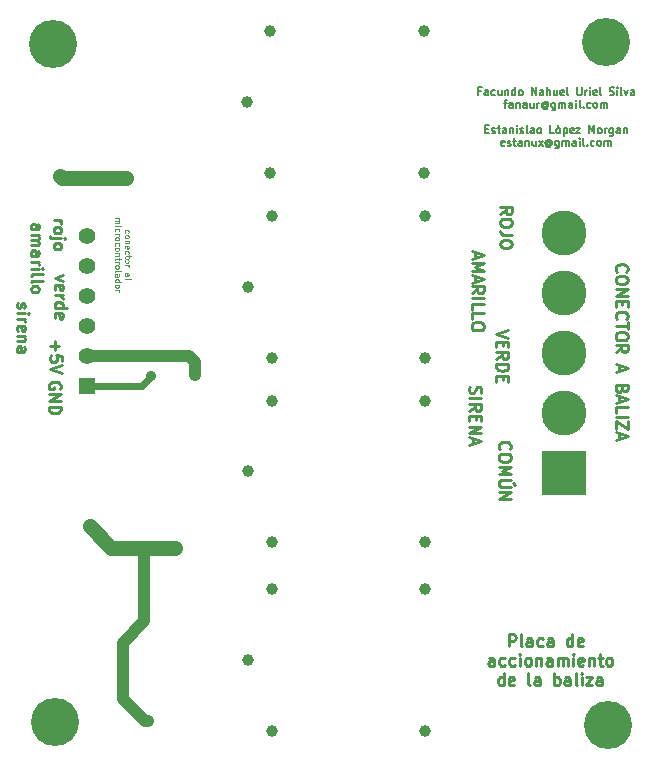
<source format=gtl>
G04 (created by PCBNEW (2013-mar-13)-testing) date mar 04 jun 2013 15:54:13 ART*
%MOIN*%
G04 Gerber Fmt 3.4, Leading zero omitted, Abs format*
%FSLAX34Y34*%
G01*
G70*
G90*
G04 APERTURE LIST*
%ADD10C,0.005906*%
%ADD11C,0.009843*%
%ADD12C,0.004921*%
%ADD13C,0.006398*%
%ADD14C,0.039370*%
%ADD15R,0.055000X0.055000*%
%ADD16C,0.055000*%
%ADD17C,0.150000*%
%ADD18R,0.150000X0.150000*%
%ADD19C,0.160000*%
%ADD20C,0.035000*%
%ADD21C,0.040000*%
%ADD22C,0.024000*%
%ADD23C,0.050000*%
G04 APERTURE END LIST*
G54D10*
G54D11*
X26651Y-22035D02*
X26632Y-22092D01*
X26632Y-22185D01*
X26651Y-22223D01*
X26670Y-22242D01*
X26707Y-22260D01*
X26745Y-22260D01*
X26782Y-22242D01*
X26801Y-22223D01*
X26820Y-22185D01*
X26839Y-22110D01*
X26857Y-22073D01*
X26876Y-22054D01*
X26914Y-22035D01*
X26951Y-22035D01*
X26989Y-22054D01*
X27007Y-22073D01*
X27026Y-22110D01*
X27026Y-22204D01*
X27007Y-22260D01*
X26632Y-22429D02*
X27026Y-22429D01*
X26632Y-22842D02*
X26820Y-22710D01*
X26632Y-22617D02*
X27026Y-22617D01*
X27026Y-22767D01*
X27007Y-22804D01*
X26989Y-22823D01*
X26951Y-22842D01*
X26895Y-22842D01*
X26857Y-22823D01*
X26839Y-22804D01*
X26820Y-22767D01*
X26820Y-22617D01*
X26839Y-23010D02*
X26839Y-23142D01*
X26632Y-23198D02*
X26632Y-23010D01*
X27026Y-23010D01*
X27026Y-23198D01*
X26632Y-23367D02*
X27026Y-23367D01*
X26632Y-23592D01*
X27026Y-23592D01*
X26745Y-23760D02*
X26745Y-23948D01*
X26632Y-23723D02*
X27026Y-23854D01*
X26632Y-23985D01*
X31552Y-18203D02*
X31533Y-18185D01*
X31514Y-18128D01*
X31514Y-18091D01*
X31533Y-18035D01*
X31571Y-17997D01*
X31608Y-17979D01*
X31683Y-17960D01*
X31739Y-17960D01*
X31814Y-17979D01*
X31852Y-17997D01*
X31889Y-18035D01*
X31908Y-18091D01*
X31908Y-18128D01*
X31889Y-18185D01*
X31871Y-18203D01*
X31908Y-18447D02*
X31908Y-18522D01*
X31889Y-18560D01*
X31852Y-18597D01*
X31777Y-18616D01*
X31646Y-18616D01*
X31571Y-18597D01*
X31533Y-18560D01*
X31514Y-18522D01*
X31514Y-18447D01*
X31533Y-18410D01*
X31571Y-18372D01*
X31646Y-18353D01*
X31777Y-18353D01*
X31852Y-18372D01*
X31889Y-18410D01*
X31908Y-18447D01*
X31514Y-18785D02*
X31908Y-18785D01*
X31514Y-19010D01*
X31908Y-19010D01*
X31721Y-19197D02*
X31721Y-19328D01*
X31514Y-19385D02*
X31514Y-19197D01*
X31908Y-19197D01*
X31908Y-19385D01*
X31552Y-19778D02*
X31533Y-19760D01*
X31514Y-19703D01*
X31514Y-19666D01*
X31533Y-19610D01*
X31571Y-19572D01*
X31608Y-19553D01*
X31683Y-19535D01*
X31739Y-19535D01*
X31814Y-19553D01*
X31852Y-19572D01*
X31889Y-19610D01*
X31908Y-19666D01*
X31908Y-19703D01*
X31889Y-19760D01*
X31871Y-19778D01*
X31908Y-19891D02*
X31908Y-20116D01*
X31514Y-20003D02*
X31908Y-20003D01*
X31908Y-20322D02*
X31908Y-20397D01*
X31889Y-20434D01*
X31852Y-20472D01*
X31777Y-20491D01*
X31646Y-20491D01*
X31571Y-20472D01*
X31533Y-20434D01*
X31514Y-20397D01*
X31514Y-20322D01*
X31533Y-20284D01*
X31571Y-20247D01*
X31646Y-20228D01*
X31777Y-20228D01*
X31852Y-20247D01*
X31889Y-20284D01*
X31908Y-20322D01*
X31514Y-20884D02*
X31702Y-20753D01*
X31514Y-20659D02*
X31908Y-20659D01*
X31908Y-20809D01*
X31889Y-20847D01*
X31871Y-20866D01*
X31833Y-20884D01*
X31777Y-20884D01*
X31739Y-20866D01*
X31721Y-20847D01*
X31702Y-20809D01*
X31702Y-20659D01*
X31627Y-21334D02*
X31627Y-21522D01*
X31514Y-21297D02*
X31908Y-21428D01*
X31514Y-21559D01*
X31721Y-22122D02*
X31702Y-22178D01*
X31683Y-22197D01*
X31646Y-22215D01*
X31589Y-22215D01*
X31552Y-22197D01*
X31533Y-22178D01*
X31514Y-22140D01*
X31514Y-21991D01*
X31908Y-21991D01*
X31908Y-22122D01*
X31889Y-22159D01*
X31871Y-22178D01*
X31833Y-22197D01*
X31796Y-22197D01*
X31758Y-22178D01*
X31739Y-22159D01*
X31721Y-22122D01*
X31721Y-21991D01*
X31627Y-22365D02*
X31627Y-22553D01*
X31514Y-22328D02*
X31908Y-22459D01*
X31514Y-22590D01*
X31514Y-22909D02*
X31514Y-22722D01*
X31908Y-22722D01*
X31514Y-23040D02*
X31908Y-23040D01*
X31908Y-23190D02*
X31908Y-23453D01*
X31514Y-23190D01*
X31514Y-23453D01*
X31627Y-23584D02*
X31627Y-23772D01*
X31514Y-23547D02*
X31908Y-23678D01*
X31514Y-23809D01*
G54D12*
X15156Y-16916D02*
X15147Y-16897D01*
X15147Y-16859D01*
X15156Y-16841D01*
X15165Y-16831D01*
X15184Y-16822D01*
X15240Y-16822D01*
X15259Y-16831D01*
X15269Y-16841D01*
X15278Y-16859D01*
X15278Y-16897D01*
X15269Y-16916D01*
X15147Y-17028D02*
X15156Y-17009D01*
X15165Y-17000D01*
X15184Y-16991D01*
X15240Y-16991D01*
X15259Y-17000D01*
X15269Y-17009D01*
X15278Y-17028D01*
X15278Y-17056D01*
X15269Y-17075D01*
X15259Y-17084D01*
X15240Y-17094D01*
X15184Y-17094D01*
X15165Y-17084D01*
X15156Y-17075D01*
X15147Y-17056D01*
X15147Y-17028D01*
X15278Y-17178D02*
X15147Y-17178D01*
X15259Y-17178D02*
X15269Y-17187D01*
X15278Y-17206D01*
X15278Y-17234D01*
X15269Y-17253D01*
X15250Y-17262D01*
X15147Y-17262D01*
X15156Y-17431D02*
X15147Y-17412D01*
X15147Y-17375D01*
X15156Y-17356D01*
X15175Y-17347D01*
X15250Y-17347D01*
X15269Y-17356D01*
X15278Y-17375D01*
X15278Y-17412D01*
X15269Y-17431D01*
X15250Y-17440D01*
X15231Y-17440D01*
X15212Y-17347D01*
X15156Y-17609D02*
X15147Y-17590D01*
X15147Y-17553D01*
X15156Y-17534D01*
X15165Y-17525D01*
X15184Y-17515D01*
X15240Y-17515D01*
X15259Y-17525D01*
X15269Y-17534D01*
X15278Y-17553D01*
X15278Y-17590D01*
X15269Y-17609D01*
X15278Y-17665D02*
X15278Y-17740D01*
X15344Y-17694D02*
X15175Y-17694D01*
X15156Y-17703D01*
X15147Y-17722D01*
X15147Y-17740D01*
X15147Y-17834D02*
X15156Y-17815D01*
X15165Y-17806D01*
X15184Y-17797D01*
X15240Y-17797D01*
X15259Y-17806D01*
X15269Y-17815D01*
X15278Y-17834D01*
X15278Y-17862D01*
X15269Y-17881D01*
X15259Y-17890D01*
X15240Y-17900D01*
X15184Y-17900D01*
X15165Y-17890D01*
X15156Y-17881D01*
X15147Y-17862D01*
X15147Y-17834D01*
X15147Y-17984D02*
X15278Y-17984D01*
X15240Y-17984D02*
X15259Y-17994D01*
X15269Y-18003D01*
X15278Y-18022D01*
X15278Y-18040D01*
X15147Y-18340D02*
X15250Y-18340D01*
X15269Y-18331D01*
X15278Y-18312D01*
X15278Y-18275D01*
X15269Y-18256D01*
X15156Y-18340D02*
X15147Y-18322D01*
X15147Y-18275D01*
X15156Y-18256D01*
X15175Y-18247D01*
X15194Y-18247D01*
X15212Y-18256D01*
X15222Y-18275D01*
X15222Y-18322D01*
X15231Y-18340D01*
X15147Y-18462D02*
X15156Y-18443D01*
X15175Y-18434D01*
X15344Y-18434D01*
X14822Y-16423D02*
X14953Y-16423D01*
X14934Y-16423D02*
X14944Y-16433D01*
X14953Y-16452D01*
X14953Y-16480D01*
X14944Y-16498D01*
X14925Y-16508D01*
X14822Y-16508D01*
X14925Y-16508D02*
X14944Y-16517D01*
X14953Y-16536D01*
X14953Y-16564D01*
X14944Y-16583D01*
X14925Y-16592D01*
X14822Y-16592D01*
X14822Y-16686D02*
X14953Y-16686D01*
X15019Y-16686D02*
X15009Y-16676D01*
X15000Y-16686D01*
X15009Y-16695D01*
X15019Y-16686D01*
X15000Y-16686D01*
X14831Y-16864D02*
X14822Y-16845D01*
X14822Y-16808D01*
X14831Y-16789D01*
X14841Y-16780D01*
X14859Y-16770D01*
X14916Y-16770D01*
X14934Y-16780D01*
X14944Y-16789D01*
X14953Y-16808D01*
X14953Y-16845D01*
X14944Y-16864D01*
X14822Y-16948D02*
X14953Y-16948D01*
X14916Y-16948D02*
X14934Y-16958D01*
X14944Y-16967D01*
X14953Y-16986D01*
X14953Y-17005D01*
X14822Y-17098D02*
X14831Y-17080D01*
X14841Y-17070D01*
X14859Y-17061D01*
X14916Y-17061D01*
X14934Y-17070D01*
X14944Y-17080D01*
X14953Y-17098D01*
X14953Y-17126D01*
X14944Y-17145D01*
X14934Y-17155D01*
X14916Y-17164D01*
X14859Y-17164D01*
X14841Y-17155D01*
X14831Y-17145D01*
X14822Y-17126D01*
X14822Y-17098D01*
X14831Y-17333D02*
X14822Y-17314D01*
X14822Y-17276D01*
X14831Y-17258D01*
X14841Y-17248D01*
X14859Y-17239D01*
X14916Y-17239D01*
X14934Y-17248D01*
X14944Y-17258D01*
X14953Y-17276D01*
X14953Y-17314D01*
X14944Y-17333D01*
X14822Y-17445D02*
X14831Y-17426D01*
X14841Y-17417D01*
X14859Y-17408D01*
X14916Y-17408D01*
X14934Y-17417D01*
X14944Y-17426D01*
X14953Y-17445D01*
X14953Y-17473D01*
X14944Y-17492D01*
X14934Y-17501D01*
X14916Y-17511D01*
X14859Y-17511D01*
X14841Y-17501D01*
X14831Y-17492D01*
X14822Y-17473D01*
X14822Y-17445D01*
X14953Y-17595D02*
X14822Y-17595D01*
X14934Y-17595D02*
X14944Y-17604D01*
X14953Y-17623D01*
X14953Y-17651D01*
X14944Y-17670D01*
X14925Y-17679D01*
X14822Y-17679D01*
X14953Y-17745D02*
X14953Y-17820D01*
X15019Y-17773D02*
X14850Y-17773D01*
X14831Y-17783D01*
X14822Y-17801D01*
X14822Y-17820D01*
X14822Y-17886D02*
X14953Y-17886D01*
X14916Y-17886D02*
X14934Y-17895D01*
X14944Y-17904D01*
X14953Y-17923D01*
X14953Y-17942D01*
X14822Y-18036D02*
X14831Y-18017D01*
X14841Y-18008D01*
X14859Y-17998D01*
X14916Y-17998D01*
X14934Y-18008D01*
X14944Y-18017D01*
X14953Y-18036D01*
X14953Y-18064D01*
X14944Y-18083D01*
X14934Y-18092D01*
X14916Y-18101D01*
X14859Y-18101D01*
X14841Y-18092D01*
X14831Y-18083D01*
X14822Y-18064D01*
X14822Y-18036D01*
X14822Y-18214D02*
X14831Y-18195D01*
X14850Y-18186D01*
X15019Y-18186D01*
X14822Y-18373D02*
X14925Y-18373D01*
X14944Y-18364D01*
X14953Y-18345D01*
X14953Y-18308D01*
X14944Y-18289D01*
X14831Y-18373D02*
X14822Y-18354D01*
X14822Y-18308D01*
X14831Y-18289D01*
X14850Y-18279D01*
X14869Y-18279D01*
X14887Y-18289D01*
X14897Y-18308D01*
X14897Y-18354D01*
X14906Y-18373D01*
X14822Y-18551D02*
X15019Y-18551D01*
X14831Y-18551D02*
X14822Y-18532D01*
X14822Y-18495D01*
X14831Y-18476D01*
X14841Y-18467D01*
X14859Y-18458D01*
X14916Y-18458D01*
X14934Y-18467D01*
X14944Y-18476D01*
X14953Y-18495D01*
X14953Y-18532D01*
X14944Y-18551D01*
X14822Y-18673D02*
X14831Y-18654D01*
X14841Y-18645D01*
X14859Y-18636D01*
X14916Y-18636D01*
X14934Y-18645D01*
X14944Y-18654D01*
X14953Y-18673D01*
X14953Y-18701D01*
X14944Y-18720D01*
X14934Y-18729D01*
X14916Y-18739D01*
X14859Y-18739D01*
X14841Y-18729D01*
X14831Y-18720D01*
X14822Y-18701D01*
X14822Y-18673D01*
X14822Y-18823D02*
X14953Y-18823D01*
X14916Y-18823D02*
X14934Y-18832D01*
X14944Y-18842D01*
X14953Y-18861D01*
X14953Y-18879D01*
G54D11*
X12774Y-16490D02*
X13037Y-16490D01*
X12962Y-16490D02*
X12999Y-16509D01*
X13018Y-16527D01*
X13037Y-16565D01*
X13037Y-16602D01*
X12774Y-16790D02*
X12793Y-16752D01*
X12812Y-16734D01*
X12849Y-16715D01*
X12962Y-16715D01*
X12999Y-16734D01*
X13018Y-16752D01*
X13037Y-16790D01*
X13037Y-16846D01*
X13018Y-16884D01*
X12999Y-16902D01*
X12962Y-16921D01*
X12849Y-16921D01*
X12812Y-16902D01*
X12793Y-16884D01*
X12774Y-16846D01*
X12774Y-16790D01*
X13037Y-17090D02*
X12699Y-17090D01*
X12662Y-17071D01*
X12643Y-17034D01*
X12643Y-17015D01*
X13168Y-17090D02*
X13149Y-17071D01*
X13130Y-17090D01*
X13149Y-17109D01*
X13168Y-17090D01*
X13130Y-17090D01*
X12774Y-17334D02*
X12793Y-17296D01*
X12812Y-17277D01*
X12849Y-17259D01*
X12962Y-17259D01*
X12999Y-17277D01*
X13018Y-17296D01*
X13037Y-17334D01*
X13037Y-17390D01*
X13018Y-17427D01*
X12999Y-17446D01*
X12962Y-17465D01*
X12849Y-17465D01*
X12812Y-17446D01*
X12793Y-17427D01*
X12774Y-17390D01*
X12774Y-17334D01*
X12026Y-16799D02*
X12232Y-16799D01*
X12270Y-16781D01*
X12289Y-16743D01*
X12289Y-16668D01*
X12270Y-16631D01*
X12045Y-16799D02*
X12026Y-16762D01*
X12026Y-16668D01*
X12045Y-16631D01*
X12082Y-16612D01*
X12120Y-16612D01*
X12157Y-16631D01*
X12176Y-16668D01*
X12176Y-16762D01*
X12195Y-16799D01*
X12026Y-16987D02*
X12289Y-16987D01*
X12251Y-16987D02*
X12270Y-17005D01*
X12289Y-17043D01*
X12289Y-17099D01*
X12270Y-17137D01*
X12232Y-17155D01*
X12026Y-17155D01*
X12232Y-17155D02*
X12270Y-17174D01*
X12289Y-17212D01*
X12289Y-17268D01*
X12270Y-17305D01*
X12232Y-17324D01*
X12026Y-17324D01*
X12026Y-17680D02*
X12232Y-17680D01*
X12270Y-17662D01*
X12289Y-17624D01*
X12289Y-17549D01*
X12270Y-17512D01*
X12045Y-17680D02*
X12026Y-17643D01*
X12026Y-17549D01*
X12045Y-17512D01*
X12082Y-17493D01*
X12120Y-17493D01*
X12157Y-17512D01*
X12176Y-17549D01*
X12176Y-17643D01*
X12195Y-17680D01*
X12026Y-17868D02*
X12289Y-17868D01*
X12214Y-17868D02*
X12251Y-17887D01*
X12270Y-17905D01*
X12289Y-17943D01*
X12289Y-17980D01*
X12026Y-18112D02*
X12289Y-18112D01*
X12420Y-18112D02*
X12401Y-18093D01*
X12382Y-18112D01*
X12401Y-18130D01*
X12420Y-18112D01*
X12382Y-18112D01*
X12026Y-18355D02*
X12045Y-18318D01*
X12082Y-18299D01*
X12420Y-18299D01*
X12026Y-18562D02*
X12045Y-18524D01*
X12082Y-18505D01*
X12420Y-18505D01*
X12026Y-18768D02*
X12045Y-18730D01*
X12064Y-18712D01*
X12101Y-18693D01*
X12214Y-18693D01*
X12251Y-18712D01*
X12270Y-18730D01*
X12289Y-18768D01*
X12289Y-18824D01*
X12270Y-18862D01*
X12251Y-18880D01*
X12214Y-18899D01*
X12101Y-18899D01*
X12064Y-18880D01*
X12045Y-18862D01*
X12026Y-18824D01*
X12026Y-18768D01*
X13076Y-18323D02*
X12814Y-18417D01*
X13076Y-18511D01*
X12832Y-18811D02*
X12814Y-18773D01*
X12814Y-18698D01*
X12832Y-18661D01*
X12870Y-18642D01*
X13020Y-18642D01*
X13057Y-18661D01*
X13076Y-18698D01*
X13076Y-18773D01*
X13057Y-18811D01*
X13020Y-18830D01*
X12982Y-18830D01*
X12945Y-18642D01*
X12814Y-18998D02*
X13076Y-18998D01*
X13001Y-18998D02*
X13038Y-19017D01*
X13057Y-19036D01*
X13076Y-19073D01*
X13076Y-19111D01*
X12814Y-19411D02*
X13207Y-19411D01*
X12832Y-19411D02*
X12814Y-19373D01*
X12814Y-19298D01*
X12832Y-19261D01*
X12851Y-19242D01*
X12889Y-19223D01*
X13001Y-19223D01*
X13038Y-19242D01*
X13057Y-19261D01*
X13076Y-19298D01*
X13076Y-19373D01*
X13057Y-19411D01*
X12832Y-19748D02*
X12814Y-19711D01*
X12814Y-19636D01*
X12832Y-19598D01*
X12870Y-19580D01*
X13020Y-19580D01*
X13057Y-19598D01*
X13076Y-19636D01*
X13076Y-19711D01*
X13057Y-19748D01*
X13020Y-19767D01*
X12982Y-19767D01*
X12945Y-19580D01*
X11572Y-19253D02*
X11554Y-19291D01*
X11554Y-19366D01*
X11572Y-19403D01*
X11610Y-19422D01*
X11629Y-19422D01*
X11666Y-19403D01*
X11685Y-19366D01*
X11685Y-19310D01*
X11704Y-19272D01*
X11741Y-19253D01*
X11760Y-19253D01*
X11797Y-19272D01*
X11816Y-19310D01*
X11816Y-19366D01*
X11797Y-19403D01*
X11554Y-19591D02*
X11816Y-19591D01*
X11947Y-19591D02*
X11929Y-19572D01*
X11910Y-19591D01*
X11929Y-19610D01*
X11947Y-19591D01*
X11910Y-19591D01*
X11554Y-19778D02*
X11816Y-19778D01*
X11741Y-19778D02*
X11779Y-19797D01*
X11797Y-19816D01*
X11816Y-19853D01*
X11816Y-19891D01*
X11572Y-20172D02*
X11554Y-20134D01*
X11554Y-20059D01*
X11572Y-20022D01*
X11610Y-20003D01*
X11760Y-20003D01*
X11797Y-20022D01*
X11816Y-20059D01*
X11816Y-20134D01*
X11797Y-20172D01*
X11760Y-20191D01*
X11722Y-20191D01*
X11685Y-20003D01*
X11816Y-20359D02*
X11554Y-20359D01*
X11779Y-20359D02*
X11797Y-20378D01*
X11816Y-20416D01*
X11816Y-20472D01*
X11797Y-20509D01*
X11760Y-20528D01*
X11554Y-20528D01*
X11554Y-20884D02*
X11760Y-20884D01*
X11797Y-20866D01*
X11816Y-20828D01*
X11816Y-20753D01*
X11797Y-20716D01*
X11572Y-20884D02*
X11554Y-20847D01*
X11554Y-20753D01*
X11572Y-20716D01*
X11610Y-20697D01*
X11647Y-20697D01*
X11685Y-20716D01*
X11704Y-20753D01*
X11704Y-20847D01*
X11722Y-20884D01*
X12806Y-20517D02*
X12806Y-20817D01*
X12656Y-20667D02*
X12956Y-20667D01*
X13050Y-21192D02*
X13050Y-21004D01*
X12862Y-20986D01*
X12881Y-21004D01*
X12900Y-21042D01*
X12900Y-21136D01*
X12881Y-21173D01*
X12862Y-21192D01*
X12825Y-21211D01*
X12731Y-21211D01*
X12694Y-21192D01*
X12675Y-21173D01*
X12656Y-21136D01*
X12656Y-21042D01*
X12675Y-21004D01*
X12694Y-20986D01*
X13050Y-21323D02*
X12656Y-21454D01*
X13050Y-21586D01*
X12992Y-22101D02*
X13010Y-22064D01*
X13010Y-22007D01*
X12992Y-21951D01*
X12954Y-21914D01*
X12917Y-21895D01*
X12842Y-21876D01*
X12785Y-21876D01*
X12710Y-21895D01*
X12673Y-21914D01*
X12635Y-21951D01*
X12617Y-22007D01*
X12617Y-22045D01*
X12635Y-22101D01*
X12654Y-22120D01*
X12785Y-22120D01*
X12785Y-22045D01*
X12617Y-22289D02*
X13010Y-22289D01*
X12617Y-22514D01*
X13010Y-22514D01*
X12617Y-22701D02*
X13010Y-22701D01*
X13010Y-22795D01*
X12992Y-22851D01*
X12954Y-22889D01*
X12917Y-22907D01*
X12842Y-22926D01*
X12785Y-22926D01*
X12710Y-22907D01*
X12673Y-22889D01*
X12635Y-22851D01*
X12617Y-22795D01*
X12617Y-22701D01*
G54D13*
X27011Y-12186D02*
X26925Y-12186D01*
X26925Y-12320D02*
X26925Y-12064D01*
X27047Y-12064D01*
X27254Y-12320D02*
X27254Y-12186D01*
X27242Y-12162D01*
X27218Y-12149D01*
X27169Y-12149D01*
X27145Y-12162D01*
X27254Y-12308D02*
X27230Y-12320D01*
X27169Y-12320D01*
X27145Y-12308D01*
X27133Y-12283D01*
X27133Y-12259D01*
X27145Y-12235D01*
X27169Y-12223D01*
X27230Y-12223D01*
X27254Y-12210D01*
X27486Y-12308D02*
X27462Y-12320D01*
X27413Y-12320D01*
X27388Y-12308D01*
X27376Y-12296D01*
X27364Y-12271D01*
X27364Y-12198D01*
X27376Y-12174D01*
X27388Y-12162D01*
X27413Y-12149D01*
X27462Y-12149D01*
X27486Y-12162D01*
X27705Y-12149D02*
X27705Y-12320D01*
X27596Y-12149D02*
X27596Y-12283D01*
X27608Y-12308D01*
X27632Y-12320D01*
X27669Y-12320D01*
X27693Y-12308D01*
X27705Y-12296D01*
X27827Y-12149D02*
X27827Y-12320D01*
X27827Y-12174D02*
X27839Y-12162D01*
X27864Y-12149D01*
X27900Y-12149D01*
X27925Y-12162D01*
X27937Y-12186D01*
X27937Y-12320D01*
X28168Y-12320D02*
X28168Y-12064D01*
X28168Y-12308D02*
X28144Y-12320D01*
X28095Y-12320D01*
X28071Y-12308D01*
X28059Y-12296D01*
X28046Y-12271D01*
X28046Y-12198D01*
X28059Y-12174D01*
X28071Y-12162D01*
X28095Y-12149D01*
X28144Y-12149D01*
X28168Y-12162D01*
X28327Y-12320D02*
X28302Y-12308D01*
X28290Y-12296D01*
X28278Y-12271D01*
X28278Y-12198D01*
X28290Y-12174D01*
X28302Y-12162D01*
X28327Y-12149D01*
X28363Y-12149D01*
X28388Y-12162D01*
X28400Y-12174D01*
X28412Y-12198D01*
X28412Y-12271D01*
X28400Y-12296D01*
X28388Y-12308D01*
X28363Y-12320D01*
X28327Y-12320D01*
X28717Y-12320D02*
X28717Y-12064D01*
X28863Y-12320D01*
X28863Y-12064D01*
X29094Y-12320D02*
X29094Y-12186D01*
X29082Y-12162D01*
X29058Y-12149D01*
X29009Y-12149D01*
X28985Y-12162D01*
X29094Y-12308D02*
X29070Y-12320D01*
X29009Y-12320D01*
X28985Y-12308D01*
X28973Y-12283D01*
X28973Y-12259D01*
X28985Y-12235D01*
X29009Y-12223D01*
X29070Y-12223D01*
X29094Y-12210D01*
X29216Y-12320D02*
X29216Y-12064D01*
X29326Y-12320D02*
X29326Y-12186D01*
X29314Y-12162D01*
X29289Y-12149D01*
X29253Y-12149D01*
X29229Y-12162D01*
X29216Y-12174D01*
X29558Y-12149D02*
X29558Y-12320D01*
X29448Y-12149D02*
X29448Y-12283D01*
X29460Y-12308D01*
X29484Y-12320D01*
X29521Y-12320D01*
X29545Y-12308D01*
X29558Y-12296D01*
X29777Y-12308D02*
X29752Y-12320D01*
X29704Y-12320D01*
X29679Y-12308D01*
X29667Y-12283D01*
X29667Y-12186D01*
X29679Y-12162D01*
X29704Y-12149D01*
X29752Y-12149D01*
X29777Y-12162D01*
X29789Y-12186D01*
X29789Y-12210D01*
X29667Y-12235D01*
X29935Y-12320D02*
X29911Y-12308D01*
X29899Y-12283D01*
X29899Y-12064D01*
X30228Y-12064D02*
X30228Y-12271D01*
X30240Y-12296D01*
X30252Y-12308D01*
X30276Y-12320D01*
X30325Y-12320D01*
X30350Y-12308D01*
X30362Y-12296D01*
X30374Y-12271D01*
X30374Y-12064D01*
X30496Y-12320D02*
X30496Y-12149D01*
X30496Y-12198D02*
X30508Y-12174D01*
X30520Y-12162D01*
X30545Y-12149D01*
X30569Y-12149D01*
X30654Y-12320D02*
X30654Y-12149D01*
X30654Y-12064D02*
X30642Y-12076D01*
X30654Y-12088D01*
X30666Y-12076D01*
X30654Y-12064D01*
X30654Y-12088D01*
X30874Y-12308D02*
X30849Y-12320D01*
X30800Y-12320D01*
X30776Y-12308D01*
X30764Y-12283D01*
X30764Y-12186D01*
X30776Y-12162D01*
X30800Y-12149D01*
X30849Y-12149D01*
X30874Y-12162D01*
X30886Y-12186D01*
X30886Y-12210D01*
X30764Y-12235D01*
X31032Y-12320D02*
X31008Y-12308D01*
X30995Y-12283D01*
X30995Y-12064D01*
X31312Y-12308D02*
X31349Y-12320D01*
X31410Y-12320D01*
X31434Y-12308D01*
X31446Y-12296D01*
X31459Y-12271D01*
X31459Y-12247D01*
X31446Y-12223D01*
X31434Y-12210D01*
X31410Y-12198D01*
X31361Y-12186D01*
X31337Y-12174D01*
X31324Y-12162D01*
X31312Y-12137D01*
X31312Y-12113D01*
X31324Y-12088D01*
X31337Y-12076D01*
X31361Y-12064D01*
X31422Y-12064D01*
X31459Y-12076D01*
X31568Y-12320D02*
X31568Y-12149D01*
X31568Y-12064D02*
X31556Y-12076D01*
X31568Y-12088D01*
X31580Y-12076D01*
X31568Y-12064D01*
X31568Y-12088D01*
X31727Y-12320D02*
X31702Y-12308D01*
X31690Y-12283D01*
X31690Y-12064D01*
X31800Y-12149D02*
X31861Y-12320D01*
X31922Y-12149D01*
X32129Y-12320D02*
X32129Y-12186D01*
X32117Y-12162D01*
X32092Y-12149D01*
X32043Y-12149D01*
X32019Y-12162D01*
X32129Y-12308D02*
X32104Y-12320D01*
X32043Y-12320D01*
X32019Y-12308D01*
X32007Y-12283D01*
X32007Y-12259D01*
X32019Y-12235D01*
X32043Y-12223D01*
X32104Y-12223D01*
X32129Y-12210D01*
X27784Y-12572D02*
X27882Y-12572D01*
X27821Y-12742D02*
X27821Y-12523D01*
X27833Y-12499D01*
X27858Y-12486D01*
X27882Y-12486D01*
X28077Y-12742D02*
X28077Y-12608D01*
X28065Y-12584D01*
X28040Y-12572D01*
X27992Y-12572D01*
X27967Y-12584D01*
X28077Y-12730D02*
X28053Y-12742D01*
X27992Y-12742D01*
X27967Y-12730D01*
X27955Y-12706D01*
X27955Y-12681D01*
X27967Y-12657D01*
X27992Y-12645D01*
X28053Y-12645D01*
X28077Y-12633D01*
X28199Y-12572D02*
X28199Y-12742D01*
X28199Y-12596D02*
X28211Y-12584D01*
X28235Y-12572D01*
X28272Y-12572D01*
X28296Y-12584D01*
X28308Y-12608D01*
X28308Y-12742D01*
X28540Y-12742D02*
X28540Y-12608D01*
X28528Y-12584D01*
X28503Y-12572D01*
X28455Y-12572D01*
X28430Y-12584D01*
X28540Y-12730D02*
X28516Y-12742D01*
X28455Y-12742D01*
X28430Y-12730D01*
X28418Y-12706D01*
X28418Y-12681D01*
X28430Y-12657D01*
X28455Y-12645D01*
X28516Y-12645D01*
X28540Y-12633D01*
X28772Y-12572D02*
X28772Y-12742D01*
X28662Y-12572D02*
X28662Y-12706D01*
X28674Y-12730D01*
X28698Y-12742D01*
X28735Y-12742D01*
X28759Y-12730D01*
X28772Y-12718D01*
X28893Y-12742D02*
X28893Y-12572D01*
X28893Y-12620D02*
X28906Y-12596D01*
X28918Y-12584D01*
X28942Y-12572D01*
X28967Y-12572D01*
X29210Y-12620D02*
X29198Y-12608D01*
X29174Y-12596D01*
X29149Y-12596D01*
X29125Y-12608D01*
X29113Y-12620D01*
X29101Y-12645D01*
X29101Y-12669D01*
X29113Y-12693D01*
X29125Y-12706D01*
X29149Y-12718D01*
X29174Y-12718D01*
X29198Y-12706D01*
X29210Y-12693D01*
X29210Y-12596D02*
X29210Y-12693D01*
X29222Y-12706D01*
X29235Y-12706D01*
X29259Y-12693D01*
X29271Y-12669D01*
X29271Y-12608D01*
X29247Y-12572D01*
X29210Y-12547D01*
X29161Y-12535D01*
X29113Y-12547D01*
X29076Y-12572D01*
X29052Y-12608D01*
X29040Y-12657D01*
X29052Y-12706D01*
X29076Y-12742D01*
X29113Y-12767D01*
X29161Y-12779D01*
X29210Y-12767D01*
X29247Y-12742D01*
X29491Y-12572D02*
X29491Y-12779D01*
X29478Y-12803D01*
X29466Y-12815D01*
X29442Y-12828D01*
X29405Y-12828D01*
X29381Y-12815D01*
X29491Y-12730D02*
X29466Y-12742D01*
X29417Y-12742D01*
X29393Y-12730D01*
X29381Y-12718D01*
X29369Y-12693D01*
X29369Y-12620D01*
X29381Y-12596D01*
X29393Y-12584D01*
X29417Y-12572D01*
X29466Y-12572D01*
X29491Y-12584D01*
X29612Y-12742D02*
X29612Y-12572D01*
X29612Y-12596D02*
X29625Y-12584D01*
X29649Y-12572D01*
X29685Y-12572D01*
X29710Y-12584D01*
X29722Y-12608D01*
X29722Y-12742D01*
X29722Y-12608D02*
X29734Y-12584D01*
X29759Y-12572D01*
X29795Y-12572D01*
X29820Y-12584D01*
X29832Y-12608D01*
X29832Y-12742D01*
X30063Y-12742D02*
X30063Y-12608D01*
X30051Y-12584D01*
X30027Y-12572D01*
X29978Y-12572D01*
X29954Y-12584D01*
X30063Y-12730D02*
X30039Y-12742D01*
X29978Y-12742D01*
X29954Y-12730D01*
X29941Y-12706D01*
X29941Y-12681D01*
X29954Y-12657D01*
X29978Y-12645D01*
X30039Y-12645D01*
X30063Y-12633D01*
X30185Y-12742D02*
X30185Y-12572D01*
X30185Y-12486D02*
X30173Y-12499D01*
X30185Y-12511D01*
X30197Y-12499D01*
X30185Y-12486D01*
X30185Y-12511D01*
X30344Y-12742D02*
X30319Y-12730D01*
X30307Y-12706D01*
X30307Y-12486D01*
X30441Y-12718D02*
X30453Y-12730D01*
X30441Y-12742D01*
X30429Y-12730D01*
X30441Y-12718D01*
X30441Y-12742D01*
X30673Y-12730D02*
X30648Y-12742D01*
X30599Y-12742D01*
X30575Y-12730D01*
X30563Y-12718D01*
X30551Y-12693D01*
X30551Y-12620D01*
X30563Y-12596D01*
X30575Y-12584D01*
X30599Y-12572D01*
X30648Y-12572D01*
X30673Y-12584D01*
X30819Y-12742D02*
X30794Y-12730D01*
X30782Y-12718D01*
X30770Y-12693D01*
X30770Y-12620D01*
X30782Y-12596D01*
X30794Y-12584D01*
X30819Y-12572D01*
X30855Y-12572D01*
X30880Y-12584D01*
X30892Y-12596D01*
X30904Y-12620D01*
X30904Y-12693D01*
X30892Y-12718D01*
X30880Y-12730D01*
X30855Y-12742D01*
X30819Y-12742D01*
X31014Y-12742D02*
X31014Y-12572D01*
X31014Y-12596D02*
X31026Y-12584D01*
X31050Y-12572D01*
X31087Y-12572D01*
X31111Y-12584D01*
X31123Y-12608D01*
X31123Y-12742D01*
X31123Y-12608D02*
X31136Y-12584D01*
X31160Y-12572D01*
X31197Y-12572D01*
X31221Y-12584D01*
X31233Y-12608D01*
X31233Y-12742D01*
X27169Y-13453D02*
X27254Y-13453D01*
X27291Y-13587D02*
X27169Y-13587D01*
X27169Y-13331D01*
X27291Y-13331D01*
X27388Y-13575D02*
X27413Y-13587D01*
X27462Y-13587D01*
X27486Y-13575D01*
X27498Y-13550D01*
X27498Y-13538D01*
X27486Y-13514D01*
X27462Y-13501D01*
X27425Y-13501D01*
X27401Y-13489D01*
X27388Y-13465D01*
X27388Y-13453D01*
X27401Y-13428D01*
X27425Y-13416D01*
X27462Y-13416D01*
X27486Y-13428D01*
X27571Y-13416D02*
X27669Y-13416D01*
X27608Y-13331D02*
X27608Y-13550D01*
X27620Y-13575D01*
X27644Y-13587D01*
X27669Y-13587D01*
X27864Y-13587D02*
X27864Y-13453D01*
X27851Y-13428D01*
X27827Y-13416D01*
X27778Y-13416D01*
X27754Y-13428D01*
X27864Y-13575D02*
X27839Y-13587D01*
X27778Y-13587D01*
X27754Y-13575D01*
X27742Y-13550D01*
X27742Y-13526D01*
X27754Y-13501D01*
X27778Y-13489D01*
X27839Y-13489D01*
X27864Y-13477D01*
X27986Y-13416D02*
X27986Y-13587D01*
X27986Y-13440D02*
X27998Y-13428D01*
X28022Y-13416D01*
X28059Y-13416D01*
X28083Y-13428D01*
X28095Y-13453D01*
X28095Y-13587D01*
X28217Y-13587D02*
X28217Y-13416D01*
X28217Y-13331D02*
X28205Y-13343D01*
X28217Y-13355D01*
X28229Y-13343D01*
X28217Y-13331D01*
X28217Y-13355D01*
X28327Y-13575D02*
X28351Y-13587D01*
X28400Y-13587D01*
X28424Y-13575D01*
X28436Y-13550D01*
X28436Y-13538D01*
X28424Y-13514D01*
X28400Y-13501D01*
X28363Y-13501D01*
X28339Y-13489D01*
X28327Y-13465D01*
X28327Y-13453D01*
X28339Y-13428D01*
X28363Y-13416D01*
X28400Y-13416D01*
X28424Y-13428D01*
X28583Y-13587D02*
X28558Y-13575D01*
X28546Y-13550D01*
X28546Y-13331D01*
X28790Y-13587D02*
X28790Y-13453D01*
X28778Y-13428D01*
X28753Y-13416D01*
X28705Y-13416D01*
X28680Y-13428D01*
X28790Y-13575D02*
X28765Y-13587D01*
X28705Y-13587D01*
X28680Y-13575D01*
X28668Y-13550D01*
X28668Y-13526D01*
X28680Y-13501D01*
X28705Y-13489D01*
X28765Y-13489D01*
X28790Y-13477D01*
X28948Y-13587D02*
X28924Y-13575D01*
X28912Y-13562D01*
X28899Y-13538D01*
X28899Y-13465D01*
X28912Y-13440D01*
X28924Y-13428D01*
X28948Y-13416D01*
X28985Y-13416D01*
X29009Y-13428D01*
X29021Y-13440D01*
X29034Y-13465D01*
X29034Y-13538D01*
X29021Y-13562D01*
X29009Y-13575D01*
X28985Y-13587D01*
X28948Y-13587D01*
X29460Y-13587D02*
X29338Y-13587D01*
X29338Y-13331D01*
X29582Y-13587D02*
X29558Y-13575D01*
X29545Y-13562D01*
X29533Y-13538D01*
X29533Y-13465D01*
X29545Y-13440D01*
X29558Y-13428D01*
X29582Y-13416D01*
X29618Y-13416D01*
X29643Y-13428D01*
X29655Y-13440D01*
X29667Y-13465D01*
X29667Y-13538D01*
X29655Y-13562D01*
X29643Y-13575D01*
X29618Y-13587D01*
X29582Y-13587D01*
X29631Y-13319D02*
X29594Y-13355D01*
X29777Y-13416D02*
X29777Y-13672D01*
X29777Y-13428D02*
X29801Y-13416D01*
X29850Y-13416D01*
X29874Y-13428D01*
X29887Y-13440D01*
X29899Y-13465D01*
X29899Y-13538D01*
X29887Y-13562D01*
X29874Y-13575D01*
X29850Y-13587D01*
X29801Y-13587D01*
X29777Y-13575D01*
X30106Y-13575D02*
X30082Y-13587D01*
X30033Y-13587D01*
X30008Y-13575D01*
X29996Y-13550D01*
X29996Y-13453D01*
X30008Y-13428D01*
X30033Y-13416D01*
X30082Y-13416D01*
X30106Y-13428D01*
X30118Y-13453D01*
X30118Y-13477D01*
X29996Y-13501D01*
X30203Y-13416D02*
X30337Y-13416D01*
X30203Y-13587D01*
X30337Y-13587D01*
X30630Y-13587D02*
X30630Y-13331D01*
X30715Y-13514D01*
X30800Y-13331D01*
X30800Y-13587D01*
X30959Y-13587D02*
X30935Y-13575D01*
X30922Y-13562D01*
X30910Y-13538D01*
X30910Y-13465D01*
X30922Y-13440D01*
X30935Y-13428D01*
X30959Y-13416D01*
X30995Y-13416D01*
X31020Y-13428D01*
X31032Y-13440D01*
X31044Y-13465D01*
X31044Y-13538D01*
X31032Y-13562D01*
X31020Y-13575D01*
X30995Y-13587D01*
X30959Y-13587D01*
X31154Y-13587D02*
X31154Y-13416D01*
X31154Y-13465D02*
X31166Y-13440D01*
X31178Y-13428D01*
X31203Y-13416D01*
X31227Y-13416D01*
X31422Y-13416D02*
X31422Y-13623D01*
X31410Y-13648D01*
X31398Y-13660D01*
X31373Y-13672D01*
X31337Y-13672D01*
X31312Y-13660D01*
X31422Y-13575D02*
X31398Y-13587D01*
X31349Y-13587D01*
X31324Y-13575D01*
X31312Y-13562D01*
X31300Y-13538D01*
X31300Y-13465D01*
X31312Y-13440D01*
X31324Y-13428D01*
X31349Y-13416D01*
X31398Y-13416D01*
X31422Y-13428D01*
X31654Y-13587D02*
X31654Y-13453D01*
X31641Y-13428D01*
X31617Y-13416D01*
X31568Y-13416D01*
X31544Y-13428D01*
X31654Y-13575D02*
X31629Y-13587D01*
X31568Y-13587D01*
X31544Y-13575D01*
X31532Y-13550D01*
X31532Y-13526D01*
X31544Y-13501D01*
X31568Y-13489D01*
X31629Y-13489D01*
X31654Y-13477D01*
X31775Y-13416D02*
X31775Y-13587D01*
X31775Y-13440D02*
X31788Y-13428D01*
X31812Y-13416D01*
X31848Y-13416D01*
X31873Y-13428D01*
X31885Y-13453D01*
X31885Y-13587D01*
X27797Y-13997D02*
X27772Y-14009D01*
X27724Y-14009D01*
X27699Y-13997D01*
X27687Y-13972D01*
X27687Y-13875D01*
X27699Y-13851D01*
X27724Y-13838D01*
X27772Y-13838D01*
X27797Y-13851D01*
X27809Y-13875D01*
X27809Y-13899D01*
X27687Y-13924D01*
X27906Y-13997D02*
X27931Y-14009D01*
X27979Y-14009D01*
X28004Y-13997D01*
X28016Y-13972D01*
X28016Y-13960D01*
X28004Y-13936D01*
X27979Y-13924D01*
X27943Y-13924D01*
X27919Y-13911D01*
X27906Y-13887D01*
X27906Y-13875D01*
X27919Y-13851D01*
X27943Y-13838D01*
X27979Y-13838D01*
X28004Y-13851D01*
X28089Y-13838D02*
X28187Y-13838D01*
X28126Y-13753D02*
X28126Y-13972D01*
X28138Y-13997D01*
X28162Y-14009D01*
X28187Y-14009D01*
X28382Y-14009D02*
X28382Y-13875D01*
X28369Y-13851D01*
X28345Y-13838D01*
X28296Y-13838D01*
X28272Y-13851D01*
X28382Y-13997D02*
X28357Y-14009D01*
X28296Y-14009D01*
X28272Y-13997D01*
X28260Y-13972D01*
X28260Y-13948D01*
X28272Y-13924D01*
X28296Y-13911D01*
X28357Y-13911D01*
X28382Y-13899D01*
X28503Y-13838D02*
X28503Y-14009D01*
X28503Y-13863D02*
X28516Y-13851D01*
X28540Y-13838D01*
X28577Y-13838D01*
X28601Y-13851D01*
X28613Y-13875D01*
X28613Y-14009D01*
X28845Y-13838D02*
X28845Y-14009D01*
X28735Y-13838D02*
X28735Y-13972D01*
X28747Y-13997D01*
X28772Y-14009D01*
X28808Y-14009D01*
X28832Y-13997D01*
X28845Y-13985D01*
X28942Y-14009D02*
X29076Y-13838D01*
X28942Y-13838D02*
X29076Y-14009D01*
X29332Y-13887D02*
X29320Y-13875D01*
X29296Y-13863D01*
X29271Y-13863D01*
X29247Y-13875D01*
X29235Y-13887D01*
X29222Y-13911D01*
X29222Y-13936D01*
X29235Y-13960D01*
X29247Y-13972D01*
X29271Y-13985D01*
X29296Y-13985D01*
X29320Y-13972D01*
X29332Y-13960D01*
X29332Y-13863D02*
X29332Y-13960D01*
X29344Y-13972D01*
X29356Y-13972D01*
X29381Y-13960D01*
X29393Y-13936D01*
X29393Y-13875D01*
X29369Y-13838D01*
X29332Y-13814D01*
X29283Y-13802D01*
X29235Y-13814D01*
X29198Y-13838D01*
X29174Y-13875D01*
X29161Y-13924D01*
X29174Y-13972D01*
X29198Y-14009D01*
X29235Y-14033D01*
X29283Y-14046D01*
X29332Y-14033D01*
X29369Y-14009D01*
X29612Y-13838D02*
X29612Y-14046D01*
X29600Y-14070D01*
X29588Y-14082D01*
X29564Y-14094D01*
X29527Y-14094D01*
X29503Y-14082D01*
X29612Y-13997D02*
X29588Y-14009D01*
X29539Y-14009D01*
X29515Y-13997D01*
X29503Y-13985D01*
X29491Y-13960D01*
X29491Y-13887D01*
X29503Y-13863D01*
X29515Y-13851D01*
X29539Y-13838D01*
X29588Y-13838D01*
X29612Y-13851D01*
X29734Y-14009D02*
X29734Y-13838D01*
X29734Y-13863D02*
X29746Y-13851D01*
X29771Y-13838D01*
X29807Y-13838D01*
X29832Y-13851D01*
X29844Y-13875D01*
X29844Y-14009D01*
X29844Y-13875D02*
X29856Y-13851D01*
X29880Y-13838D01*
X29917Y-13838D01*
X29941Y-13851D01*
X29954Y-13875D01*
X29954Y-14009D01*
X30185Y-14009D02*
X30185Y-13875D01*
X30173Y-13851D01*
X30149Y-13838D01*
X30100Y-13838D01*
X30075Y-13851D01*
X30185Y-13997D02*
X30161Y-14009D01*
X30100Y-14009D01*
X30075Y-13997D01*
X30063Y-13972D01*
X30063Y-13948D01*
X30075Y-13924D01*
X30100Y-13911D01*
X30161Y-13911D01*
X30185Y-13899D01*
X30307Y-14009D02*
X30307Y-13838D01*
X30307Y-13753D02*
X30295Y-13765D01*
X30307Y-13777D01*
X30319Y-13765D01*
X30307Y-13753D01*
X30307Y-13777D01*
X30465Y-14009D02*
X30441Y-13997D01*
X30429Y-13972D01*
X30429Y-13753D01*
X30563Y-13985D02*
X30575Y-13997D01*
X30563Y-14009D01*
X30551Y-13997D01*
X30563Y-13985D01*
X30563Y-14009D01*
X30794Y-13997D02*
X30770Y-14009D01*
X30721Y-14009D01*
X30697Y-13997D01*
X30685Y-13985D01*
X30673Y-13960D01*
X30673Y-13887D01*
X30685Y-13863D01*
X30697Y-13851D01*
X30721Y-13838D01*
X30770Y-13838D01*
X30794Y-13851D01*
X30941Y-14009D02*
X30916Y-13997D01*
X30904Y-13985D01*
X30892Y-13960D01*
X30892Y-13887D01*
X30904Y-13863D01*
X30916Y-13851D01*
X30941Y-13838D01*
X30977Y-13838D01*
X31002Y-13851D01*
X31014Y-13863D01*
X31026Y-13887D01*
X31026Y-13960D01*
X31014Y-13985D01*
X31002Y-13997D01*
X30977Y-14009D01*
X30941Y-14009D01*
X31136Y-14009D02*
X31136Y-13838D01*
X31136Y-13863D02*
X31148Y-13851D01*
X31172Y-13838D01*
X31209Y-13838D01*
X31233Y-13851D01*
X31245Y-13875D01*
X31245Y-14009D01*
X31245Y-13875D02*
X31257Y-13851D01*
X31282Y-13838D01*
X31318Y-13838D01*
X31343Y-13851D01*
X31355Y-13875D01*
X31355Y-14009D01*
G54D11*
X27952Y-30689D02*
X27952Y-30296D01*
X28102Y-30296D01*
X28140Y-30314D01*
X28158Y-30333D01*
X28177Y-30371D01*
X28177Y-30427D01*
X28158Y-30464D01*
X28140Y-30483D01*
X28102Y-30502D01*
X27952Y-30502D01*
X28402Y-30689D02*
X28365Y-30671D01*
X28346Y-30633D01*
X28346Y-30296D01*
X28721Y-30689D02*
X28721Y-30483D01*
X28702Y-30446D01*
X28665Y-30427D01*
X28590Y-30427D01*
X28552Y-30446D01*
X28721Y-30671D02*
X28683Y-30689D01*
X28590Y-30689D01*
X28552Y-30671D01*
X28533Y-30633D01*
X28533Y-30596D01*
X28552Y-30558D01*
X28590Y-30539D01*
X28683Y-30539D01*
X28721Y-30521D01*
X29077Y-30671D02*
X29040Y-30689D01*
X28965Y-30689D01*
X28927Y-30671D01*
X28908Y-30652D01*
X28890Y-30614D01*
X28890Y-30502D01*
X28908Y-30464D01*
X28927Y-30446D01*
X28965Y-30427D01*
X29040Y-30427D01*
X29077Y-30446D01*
X29415Y-30689D02*
X29415Y-30483D01*
X29396Y-30446D01*
X29358Y-30427D01*
X29283Y-30427D01*
X29246Y-30446D01*
X29415Y-30671D02*
X29377Y-30689D01*
X29283Y-30689D01*
X29246Y-30671D01*
X29227Y-30633D01*
X29227Y-30596D01*
X29246Y-30558D01*
X29283Y-30539D01*
X29377Y-30539D01*
X29415Y-30521D01*
X30071Y-30689D02*
X30071Y-30296D01*
X30071Y-30671D02*
X30033Y-30689D01*
X29958Y-30689D01*
X29921Y-30671D01*
X29902Y-30652D01*
X29883Y-30614D01*
X29883Y-30502D01*
X29902Y-30464D01*
X29921Y-30446D01*
X29958Y-30427D01*
X30033Y-30427D01*
X30071Y-30446D01*
X30408Y-30671D02*
X30371Y-30689D01*
X30296Y-30689D01*
X30258Y-30671D01*
X30239Y-30633D01*
X30239Y-30483D01*
X30258Y-30446D01*
X30296Y-30427D01*
X30371Y-30427D01*
X30408Y-30446D01*
X30427Y-30483D01*
X30427Y-30521D01*
X30239Y-30558D01*
X27455Y-31339D02*
X27455Y-31133D01*
X27437Y-31095D01*
X27399Y-31077D01*
X27324Y-31077D01*
X27287Y-31095D01*
X27455Y-31320D02*
X27418Y-31339D01*
X27324Y-31339D01*
X27287Y-31320D01*
X27268Y-31283D01*
X27268Y-31245D01*
X27287Y-31208D01*
X27324Y-31189D01*
X27418Y-31189D01*
X27455Y-31170D01*
X27812Y-31320D02*
X27774Y-31339D01*
X27699Y-31339D01*
X27662Y-31320D01*
X27643Y-31302D01*
X27624Y-31264D01*
X27624Y-31152D01*
X27643Y-31114D01*
X27662Y-31095D01*
X27699Y-31077D01*
X27774Y-31077D01*
X27812Y-31095D01*
X28149Y-31320D02*
X28112Y-31339D01*
X28037Y-31339D01*
X27999Y-31320D01*
X27980Y-31302D01*
X27962Y-31264D01*
X27962Y-31152D01*
X27980Y-31114D01*
X27999Y-31095D01*
X28037Y-31077D01*
X28112Y-31077D01*
X28149Y-31095D01*
X28318Y-31339D02*
X28318Y-31077D01*
X28318Y-30945D02*
X28299Y-30964D01*
X28318Y-30983D01*
X28337Y-30964D01*
X28318Y-30945D01*
X28318Y-30983D01*
X28562Y-31339D02*
X28524Y-31320D01*
X28505Y-31302D01*
X28487Y-31264D01*
X28487Y-31152D01*
X28505Y-31114D01*
X28524Y-31095D01*
X28562Y-31077D01*
X28618Y-31077D01*
X28655Y-31095D01*
X28674Y-31114D01*
X28693Y-31152D01*
X28693Y-31264D01*
X28674Y-31302D01*
X28655Y-31320D01*
X28618Y-31339D01*
X28562Y-31339D01*
X28862Y-31077D02*
X28862Y-31339D01*
X28862Y-31114D02*
X28880Y-31095D01*
X28918Y-31077D01*
X28974Y-31077D01*
X29011Y-31095D01*
X29030Y-31133D01*
X29030Y-31339D01*
X29386Y-31339D02*
X29386Y-31133D01*
X29368Y-31095D01*
X29330Y-31077D01*
X29255Y-31077D01*
X29218Y-31095D01*
X29386Y-31320D02*
X29349Y-31339D01*
X29255Y-31339D01*
X29218Y-31320D01*
X29199Y-31283D01*
X29199Y-31245D01*
X29218Y-31208D01*
X29255Y-31189D01*
X29349Y-31189D01*
X29386Y-31170D01*
X29574Y-31339D02*
X29574Y-31077D01*
X29574Y-31114D02*
X29593Y-31095D01*
X29630Y-31077D01*
X29686Y-31077D01*
X29724Y-31095D01*
X29743Y-31133D01*
X29743Y-31339D01*
X29743Y-31133D02*
X29761Y-31095D01*
X29799Y-31077D01*
X29855Y-31077D01*
X29893Y-31095D01*
X29911Y-31133D01*
X29911Y-31339D01*
X30099Y-31339D02*
X30099Y-31077D01*
X30099Y-30945D02*
X30080Y-30964D01*
X30099Y-30983D01*
X30118Y-30964D01*
X30099Y-30945D01*
X30099Y-30983D01*
X30436Y-31320D02*
X30399Y-31339D01*
X30324Y-31339D01*
X30286Y-31320D01*
X30268Y-31283D01*
X30268Y-31133D01*
X30286Y-31095D01*
X30324Y-31077D01*
X30399Y-31077D01*
X30436Y-31095D01*
X30455Y-31133D01*
X30455Y-31170D01*
X30268Y-31208D01*
X30624Y-31077D02*
X30624Y-31339D01*
X30624Y-31114D02*
X30643Y-31095D01*
X30680Y-31077D01*
X30736Y-31077D01*
X30774Y-31095D01*
X30793Y-31133D01*
X30793Y-31339D01*
X30924Y-31077D02*
X31074Y-31077D01*
X30980Y-30945D02*
X30980Y-31283D01*
X30999Y-31320D01*
X31036Y-31339D01*
X31074Y-31339D01*
X31261Y-31339D02*
X31224Y-31320D01*
X31205Y-31302D01*
X31186Y-31264D01*
X31186Y-31152D01*
X31205Y-31114D01*
X31224Y-31095D01*
X31261Y-31077D01*
X31317Y-31077D01*
X31355Y-31095D01*
X31374Y-31114D01*
X31392Y-31152D01*
X31392Y-31264D01*
X31374Y-31302D01*
X31355Y-31320D01*
X31317Y-31339D01*
X31261Y-31339D01*
X27774Y-31989D02*
X27774Y-31595D01*
X27774Y-31970D02*
X27737Y-31989D01*
X27662Y-31989D01*
X27624Y-31970D01*
X27605Y-31951D01*
X27587Y-31914D01*
X27587Y-31801D01*
X27605Y-31764D01*
X27624Y-31745D01*
X27662Y-31726D01*
X27737Y-31726D01*
X27774Y-31745D01*
X28112Y-31970D02*
X28074Y-31989D01*
X27999Y-31989D01*
X27962Y-31970D01*
X27943Y-31932D01*
X27943Y-31782D01*
X27962Y-31745D01*
X27999Y-31726D01*
X28074Y-31726D01*
X28112Y-31745D01*
X28130Y-31782D01*
X28130Y-31820D01*
X27943Y-31857D01*
X28655Y-31989D02*
X28618Y-31970D01*
X28599Y-31932D01*
X28599Y-31595D01*
X28974Y-31989D02*
X28974Y-31782D01*
X28955Y-31745D01*
X28918Y-31726D01*
X28843Y-31726D01*
X28805Y-31745D01*
X28974Y-31970D02*
X28937Y-31989D01*
X28843Y-31989D01*
X28805Y-31970D01*
X28787Y-31932D01*
X28787Y-31895D01*
X28805Y-31857D01*
X28843Y-31839D01*
X28937Y-31839D01*
X28974Y-31820D01*
X29461Y-31989D02*
X29461Y-31595D01*
X29461Y-31745D02*
X29499Y-31726D01*
X29574Y-31726D01*
X29611Y-31745D01*
X29630Y-31764D01*
X29649Y-31801D01*
X29649Y-31914D01*
X29630Y-31951D01*
X29611Y-31970D01*
X29574Y-31989D01*
X29499Y-31989D01*
X29461Y-31970D01*
X29986Y-31989D02*
X29986Y-31782D01*
X29968Y-31745D01*
X29930Y-31726D01*
X29855Y-31726D01*
X29818Y-31745D01*
X29986Y-31970D02*
X29949Y-31989D01*
X29855Y-31989D01*
X29818Y-31970D01*
X29799Y-31932D01*
X29799Y-31895D01*
X29818Y-31857D01*
X29855Y-31839D01*
X29949Y-31839D01*
X29986Y-31820D01*
X30230Y-31989D02*
X30193Y-31970D01*
X30174Y-31932D01*
X30174Y-31595D01*
X30380Y-31989D02*
X30380Y-31726D01*
X30380Y-31595D02*
X30361Y-31614D01*
X30380Y-31632D01*
X30399Y-31614D01*
X30380Y-31595D01*
X30380Y-31632D01*
X30530Y-31726D02*
X30736Y-31726D01*
X30530Y-31989D01*
X30736Y-31989D01*
X31055Y-31989D02*
X31055Y-31782D01*
X31036Y-31745D01*
X30999Y-31726D01*
X30924Y-31726D01*
X30886Y-31745D01*
X31055Y-31970D02*
X31017Y-31989D01*
X30924Y-31989D01*
X30886Y-31970D01*
X30868Y-31932D01*
X30868Y-31895D01*
X30886Y-31857D01*
X30924Y-31839D01*
X31017Y-31839D01*
X31055Y-31820D01*
X27654Y-24120D02*
X27635Y-24101D01*
X27617Y-24045D01*
X27617Y-24008D01*
X27635Y-23952D01*
X27673Y-23914D01*
X27710Y-23895D01*
X27785Y-23877D01*
X27842Y-23877D01*
X27917Y-23895D01*
X27954Y-23914D01*
X27992Y-23952D01*
X28010Y-24008D01*
X28010Y-24045D01*
X27992Y-24101D01*
X27973Y-24120D01*
X28010Y-24364D02*
X28010Y-24439D01*
X27992Y-24476D01*
X27954Y-24514D01*
X27879Y-24533D01*
X27748Y-24533D01*
X27673Y-24514D01*
X27635Y-24476D01*
X27617Y-24439D01*
X27617Y-24364D01*
X27635Y-24326D01*
X27673Y-24289D01*
X27748Y-24270D01*
X27879Y-24270D01*
X27954Y-24289D01*
X27992Y-24326D01*
X28010Y-24364D01*
X27617Y-24701D02*
X28010Y-24701D01*
X27729Y-24833D01*
X28010Y-24964D01*
X27617Y-24964D01*
X28010Y-25151D02*
X27692Y-25151D01*
X27654Y-25170D01*
X27635Y-25189D01*
X27617Y-25226D01*
X27617Y-25301D01*
X27635Y-25339D01*
X27654Y-25358D01*
X27692Y-25376D01*
X28010Y-25376D01*
X28160Y-25301D02*
X28104Y-25245D01*
X27617Y-25564D02*
X28010Y-25564D01*
X27617Y-25789D01*
X28010Y-25789D01*
X27932Y-20142D02*
X27538Y-20273D01*
X27932Y-20404D01*
X27744Y-20536D02*
X27744Y-20667D01*
X27538Y-20723D02*
X27538Y-20536D01*
X27932Y-20536D01*
X27932Y-20723D01*
X27538Y-21117D02*
X27725Y-20986D01*
X27538Y-20892D02*
X27932Y-20892D01*
X27932Y-21042D01*
X27913Y-21079D01*
X27894Y-21098D01*
X27857Y-21117D01*
X27800Y-21117D01*
X27763Y-21098D01*
X27744Y-21079D01*
X27725Y-21042D01*
X27725Y-20892D01*
X27538Y-21286D02*
X27932Y-21286D01*
X27932Y-21379D01*
X27913Y-21436D01*
X27875Y-21473D01*
X27838Y-21492D01*
X27763Y-21511D01*
X27707Y-21511D01*
X27632Y-21492D01*
X27594Y-21473D01*
X27557Y-21436D01*
X27538Y-21379D01*
X27538Y-21286D01*
X27744Y-21679D02*
X27744Y-21811D01*
X27538Y-21867D02*
X27538Y-21679D01*
X27932Y-21679D01*
X27932Y-21867D01*
X26824Y-17555D02*
X26824Y-17742D01*
X26711Y-17517D02*
X27105Y-17649D01*
X26711Y-17780D01*
X26711Y-17911D02*
X27105Y-17911D01*
X26824Y-18042D01*
X27105Y-18173D01*
X26711Y-18173D01*
X26824Y-18342D02*
X26824Y-18530D01*
X26711Y-18305D02*
X27105Y-18436D01*
X26711Y-18567D01*
X26711Y-18923D02*
X26899Y-18792D01*
X26711Y-18698D02*
X27105Y-18698D01*
X27105Y-18848D01*
X27086Y-18886D01*
X27067Y-18905D01*
X27030Y-18923D01*
X26974Y-18923D01*
X26936Y-18905D01*
X26917Y-18886D01*
X26899Y-18848D01*
X26899Y-18698D01*
X26711Y-19092D02*
X27105Y-19092D01*
X26711Y-19467D02*
X26711Y-19280D01*
X27105Y-19280D01*
X26711Y-19786D02*
X26711Y-19598D01*
X27105Y-19598D01*
X27105Y-19992D02*
X27105Y-20067D01*
X27086Y-20104D01*
X27049Y-20142D01*
X26974Y-20161D01*
X26842Y-20161D01*
X26767Y-20142D01*
X26730Y-20104D01*
X26711Y-20067D01*
X26711Y-19992D01*
X26730Y-19955D01*
X26767Y-19917D01*
X26842Y-19898D01*
X26974Y-19898D01*
X27049Y-19917D01*
X27086Y-19955D01*
X27105Y-19992D01*
X27656Y-16291D02*
X27844Y-16160D01*
X27656Y-16066D02*
X28050Y-16066D01*
X28050Y-16216D01*
X28031Y-16254D01*
X28012Y-16272D01*
X27975Y-16291D01*
X27919Y-16291D01*
X27881Y-16272D01*
X27862Y-16254D01*
X27844Y-16216D01*
X27844Y-16066D01*
X28050Y-16535D02*
X28050Y-16610D01*
X28031Y-16647D01*
X27994Y-16685D01*
X27919Y-16704D01*
X27787Y-16704D01*
X27712Y-16685D01*
X27675Y-16647D01*
X27656Y-16610D01*
X27656Y-16535D01*
X27675Y-16497D01*
X27712Y-16460D01*
X27787Y-16441D01*
X27919Y-16441D01*
X27994Y-16460D01*
X28031Y-16497D01*
X28050Y-16535D01*
X28050Y-16985D02*
X27769Y-16985D01*
X27712Y-16966D01*
X27675Y-16929D01*
X27656Y-16872D01*
X27656Y-16835D01*
X28050Y-17247D02*
X28050Y-17322D01*
X28031Y-17360D01*
X27994Y-17397D01*
X27919Y-17416D01*
X27787Y-17416D01*
X27712Y-17397D01*
X27675Y-17360D01*
X27656Y-17322D01*
X27656Y-17247D01*
X27675Y-17210D01*
X27712Y-17172D01*
X27787Y-17154D01*
X27919Y-17154D01*
X27994Y-17172D01*
X28031Y-17210D01*
X28050Y-17247D01*
G54D14*
X20039Y-33523D03*
X20039Y-28799D03*
X19251Y-31161D03*
X25157Y-28799D03*
X25157Y-33523D03*
G54D15*
X13877Y-22007D03*
G54D16*
X13877Y-21007D03*
X13877Y-20007D03*
X13877Y-19007D03*
X13877Y-18007D03*
X13877Y-17007D03*
G54D17*
X29783Y-22905D03*
X29783Y-20905D03*
G54D18*
X29783Y-24905D03*
G54D17*
X29783Y-18905D03*
X29783Y-16905D03*
G54D14*
X20039Y-27224D03*
X20039Y-22500D03*
X19251Y-24862D03*
X25157Y-22500D03*
X25157Y-27224D03*
X20000Y-14901D03*
X20000Y-10177D03*
X19212Y-12539D03*
X25118Y-10177D03*
X25118Y-14901D03*
X20039Y-21082D03*
X20039Y-16358D03*
X19251Y-18720D03*
X25157Y-16358D03*
X25157Y-21082D03*
G54D19*
X31181Y-10551D03*
X31259Y-33307D03*
X12834Y-33228D03*
X12755Y-10629D03*
G54D20*
X17480Y-21633D03*
X13976Y-26692D03*
X15196Y-15078D03*
X12992Y-15000D03*
X16023Y-21692D03*
X15925Y-33188D03*
X16811Y-27401D03*
G54D21*
X13877Y-21007D02*
X17287Y-21007D01*
X17287Y-21007D02*
X17480Y-21200D01*
X17480Y-21200D02*
X17480Y-21633D01*
G54D22*
X17480Y-21200D02*
X17480Y-21220D01*
X17480Y-21220D02*
X17480Y-21633D01*
X17287Y-21007D02*
X17480Y-21200D01*
G54D21*
X15925Y-33188D02*
X15826Y-33188D01*
X15826Y-33188D02*
X15078Y-32440D01*
X15078Y-32440D02*
X15078Y-30570D01*
X15078Y-30570D02*
X15787Y-29862D01*
X15787Y-29862D02*
X15787Y-27401D01*
G54D23*
X14685Y-27401D02*
X15787Y-27401D01*
X15787Y-27401D02*
X16811Y-27401D01*
X13976Y-26692D02*
X14685Y-27401D01*
X13070Y-15078D02*
X15196Y-15078D01*
X12992Y-15000D02*
X13070Y-15078D01*
G54D22*
X13877Y-22007D02*
X15708Y-22007D01*
X15708Y-22007D02*
X16023Y-21692D01*
X15767Y-27401D02*
X15767Y-29881D01*
X15767Y-27401D02*
X16811Y-27401D01*
X15767Y-29881D02*
X15078Y-30570D01*
X15078Y-30570D02*
X15078Y-32440D01*
X15078Y-32440D02*
X15826Y-33188D01*
M02*

</source>
